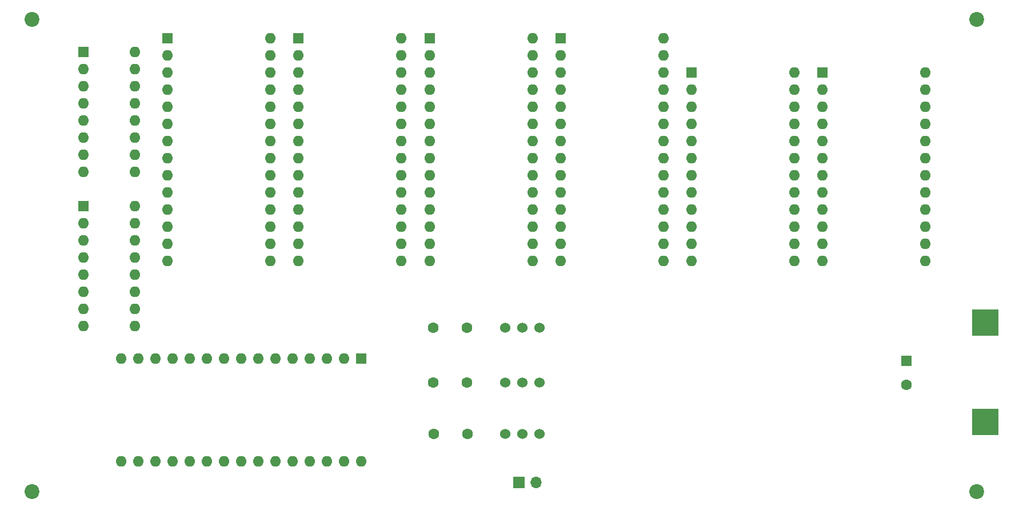
<source format=gts>
%TF.GenerationSoftware,KiCad,Pcbnew,(6.0.10-0)*%
%TF.CreationDate,2023-09-02T13:11:49+02:00*%
%TF.ProjectId,EPROM_FLASHER,4550524f-4d5f-4464-9c41-534845522e6b,rev?*%
%TF.SameCoordinates,Original*%
%TF.FileFunction,Soldermask,Top*%
%TF.FilePolarity,Negative*%
%FSLAX46Y46*%
G04 Gerber Fmt 4.6, Leading zero omitted, Abs format (unit mm)*
G04 Created by KiCad (PCBNEW (6.0.10-0)) date 2023-09-02 13:11:49*
%MOMM*%
%LPD*%
G01*
G04 APERTURE LIST*
%ADD10R,1.600000X1.600000*%
%ADD11O,1.600000X1.600000*%
%ADD12C,1.524000*%
%ADD13C,2.200000*%
%ADD14R,4.000000X4.000000*%
%ADD15C,1.600000*%
%ADD16R,1.700000X1.700000*%
%ADD17O,1.700000X1.700000*%
G04 APERTURE END LIST*
D10*
%TO.C,U4*%
X148532200Y-43414000D03*
D11*
X148532200Y-45954000D03*
X148532200Y-48494000D03*
X148532200Y-51034000D03*
X148532200Y-53574000D03*
X148532200Y-56114000D03*
X148532200Y-58654000D03*
X148532200Y-61194000D03*
X148532200Y-63734000D03*
X148532200Y-66274000D03*
X148532200Y-68814000D03*
X148532200Y-71354000D03*
X163772200Y-71354000D03*
X163772200Y-68814000D03*
X163772200Y-66274000D03*
X163772200Y-63734000D03*
X163772200Y-61194000D03*
X163772200Y-58654000D03*
X163772200Y-56114000D03*
X163772200Y-53574000D03*
X163772200Y-51034000D03*
X163772200Y-48494000D03*
X163772200Y-45954000D03*
X163772200Y-43414000D03*
%TD*%
D12*
%TO.C,SW3*%
X120904000Y-97028000D03*
X123444000Y-97028000D03*
X125984000Y-97028000D03*
%TD*%
D10*
%TO.C,U6*%
X109723000Y-38364000D03*
D11*
X109723000Y-40904000D03*
X109723000Y-43444000D03*
X109723000Y-45984000D03*
X109723000Y-48524000D03*
X109723000Y-51064000D03*
X109723000Y-53604000D03*
X109723000Y-56144000D03*
X109723000Y-58684000D03*
X109723000Y-61224000D03*
X109723000Y-63764000D03*
X109723000Y-66304000D03*
X109723000Y-68844000D03*
X109723000Y-71384000D03*
X124963000Y-71384000D03*
X124963000Y-68844000D03*
X124963000Y-66304000D03*
X124963000Y-63764000D03*
X124963000Y-61224000D03*
X124963000Y-58684000D03*
X124963000Y-56144000D03*
X124963000Y-53604000D03*
X124963000Y-51064000D03*
X124963000Y-48524000D03*
X124963000Y-45984000D03*
X124963000Y-43444000D03*
X124963000Y-40904000D03*
X124963000Y-38364000D03*
%TD*%
D13*
%TO.C,H2*%
X190800000Y-35560000D03*
%TD*%
%TO.C,H3*%
X190800000Y-105560000D03*
%TD*%
D14*
%TO.C,J2*%
X192024000Y-95250000D03*
%TD*%
D15*
%TO.C,C1*%
X115276000Y-81280000D03*
X110276000Y-81280000D03*
%TD*%
%TO.C,C2*%
X115276000Y-89408000D03*
X110276000Y-89408000D03*
%TD*%
D10*
%TO.C,A1*%
X99615800Y-85862000D03*
D11*
X97075800Y-85862000D03*
X94535800Y-85862000D03*
X91995800Y-85862000D03*
X89455800Y-85862000D03*
X86915800Y-85862000D03*
X84375800Y-85862000D03*
X81835800Y-85862000D03*
X79295800Y-85862000D03*
X76755800Y-85862000D03*
X74215800Y-85862000D03*
X71675800Y-85862000D03*
X69135800Y-85862000D03*
X66595800Y-85862000D03*
X64055800Y-85862000D03*
X64055800Y-101102000D03*
X66595800Y-101102000D03*
X69135800Y-101102000D03*
X71675800Y-101102000D03*
X74215800Y-101102000D03*
X76755800Y-101102000D03*
X79295800Y-101102000D03*
X81835800Y-101102000D03*
X84375800Y-101102000D03*
X86915800Y-101102000D03*
X89455800Y-101102000D03*
X91995800Y-101102000D03*
X94535800Y-101102000D03*
X97075800Y-101102000D03*
X99615800Y-101102000D03*
%TD*%
D10*
%TO.C,C4*%
X180340000Y-86231300D03*
D15*
X180340000Y-89731300D03*
%TD*%
D10*
%TO.C,U8*%
X70913800Y-38364000D03*
D11*
X70913800Y-40904000D03*
X70913800Y-43444000D03*
X70913800Y-45984000D03*
X70913800Y-48524000D03*
X70913800Y-51064000D03*
X70913800Y-53604000D03*
X70913800Y-56144000D03*
X70913800Y-58684000D03*
X70913800Y-61224000D03*
X70913800Y-63764000D03*
X70913800Y-66304000D03*
X70913800Y-68844000D03*
X70913800Y-71384000D03*
X86153800Y-71384000D03*
X86153800Y-68844000D03*
X86153800Y-66304000D03*
X86153800Y-63764000D03*
X86153800Y-61224000D03*
X86153800Y-58684000D03*
X86153800Y-56144000D03*
X86153800Y-53604000D03*
X86153800Y-51064000D03*
X86153800Y-48524000D03*
X86153800Y-45984000D03*
X86153800Y-43444000D03*
X86153800Y-40904000D03*
X86153800Y-38364000D03*
%TD*%
D13*
%TO.C,H4*%
X50800000Y-105560000D03*
%TD*%
%TO.C,H1*%
X50800000Y-35560000D03*
%TD*%
D16*
%TO.C,J3*%
X122978800Y-104245200D03*
D17*
X125518800Y-104245200D03*
%TD*%
D10*
%TO.C,U2*%
X129127600Y-38364000D03*
D11*
X129127600Y-40904000D03*
X129127600Y-43444000D03*
X129127600Y-45984000D03*
X129127600Y-48524000D03*
X129127600Y-51064000D03*
X129127600Y-53604000D03*
X129127600Y-56144000D03*
X129127600Y-58684000D03*
X129127600Y-61224000D03*
X129127600Y-63764000D03*
X129127600Y-66304000D03*
X129127600Y-68844000D03*
X129127600Y-71384000D03*
X144367600Y-71384000D03*
X144367600Y-68844000D03*
X144367600Y-66304000D03*
X144367600Y-63764000D03*
X144367600Y-61224000D03*
X144367600Y-58684000D03*
X144367600Y-56144000D03*
X144367600Y-53604000D03*
X144367600Y-51064000D03*
X144367600Y-48524000D03*
X144367600Y-45984000D03*
X144367600Y-43444000D03*
X144367600Y-40904000D03*
X144367600Y-38364000D03*
%TD*%
D10*
%TO.C,U3*%
X167936800Y-43414000D03*
D11*
X167936800Y-45954000D03*
X167936800Y-48494000D03*
X167936800Y-51034000D03*
X167936800Y-53574000D03*
X167936800Y-56114000D03*
X167936800Y-58654000D03*
X167936800Y-61194000D03*
X167936800Y-63734000D03*
X167936800Y-66274000D03*
X167936800Y-68814000D03*
X167936800Y-71354000D03*
X183176800Y-71354000D03*
X183176800Y-68814000D03*
X183176800Y-66274000D03*
X183176800Y-63734000D03*
X183176800Y-61194000D03*
X183176800Y-58654000D03*
X183176800Y-56114000D03*
X183176800Y-53574000D03*
X183176800Y-51034000D03*
X183176800Y-48494000D03*
X183176800Y-45954000D03*
X183176800Y-43414000D03*
%TD*%
D10*
%TO.C,U5*%
X58477800Y-63261000D03*
D11*
X58477800Y-65801000D03*
X58477800Y-68341000D03*
X58477800Y-70881000D03*
X58477800Y-73421000D03*
X58477800Y-75961000D03*
X58477800Y-78501000D03*
X58477800Y-81041000D03*
X66097800Y-81041000D03*
X66097800Y-78501000D03*
X66097800Y-75961000D03*
X66097800Y-73421000D03*
X66097800Y-70881000D03*
X66097800Y-68341000D03*
X66097800Y-65801000D03*
X66097800Y-63261000D03*
%TD*%
D10*
%TO.C,U7*%
X90318400Y-38364000D03*
D11*
X90318400Y-40904000D03*
X90318400Y-43444000D03*
X90318400Y-45984000D03*
X90318400Y-48524000D03*
X90318400Y-51064000D03*
X90318400Y-53604000D03*
X90318400Y-56144000D03*
X90318400Y-58684000D03*
X90318400Y-61224000D03*
X90318400Y-63764000D03*
X90318400Y-66304000D03*
X90318400Y-68844000D03*
X90318400Y-71384000D03*
X105558400Y-71384000D03*
X105558400Y-68844000D03*
X105558400Y-66304000D03*
X105558400Y-63764000D03*
X105558400Y-61224000D03*
X105558400Y-58684000D03*
X105558400Y-56144000D03*
X105558400Y-53604000D03*
X105558400Y-51064000D03*
X105558400Y-48524000D03*
X105558400Y-45984000D03*
X105558400Y-43444000D03*
X105558400Y-40904000D03*
X105558400Y-38364000D03*
%TD*%
D10*
%TO.C,U1*%
X58477800Y-40401000D03*
D11*
X58477800Y-42941000D03*
X58477800Y-45481000D03*
X58477800Y-48021000D03*
X58477800Y-50561000D03*
X58477800Y-53101000D03*
X58477800Y-55641000D03*
X58477800Y-58181000D03*
X66097800Y-58181000D03*
X66097800Y-55641000D03*
X66097800Y-53101000D03*
X66097800Y-50561000D03*
X66097800Y-48021000D03*
X66097800Y-45481000D03*
X66097800Y-42941000D03*
X66097800Y-40401000D03*
%TD*%
D12*
%TO.C,SW2*%
X120904000Y-89408000D03*
X123444000Y-89408000D03*
X125984000Y-89408000D03*
%TD*%
D15*
%TO.C,C3*%
X115316000Y-97028000D03*
X110316000Y-97028000D03*
%TD*%
D14*
%TO.C,J1*%
X192024000Y-80518000D03*
%TD*%
D12*
%TO.C,SW1*%
X120904000Y-81280000D03*
X123444000Y-81280000D03*
X125984000Y-81280000D03*
%TD*%
M02*

</source>
